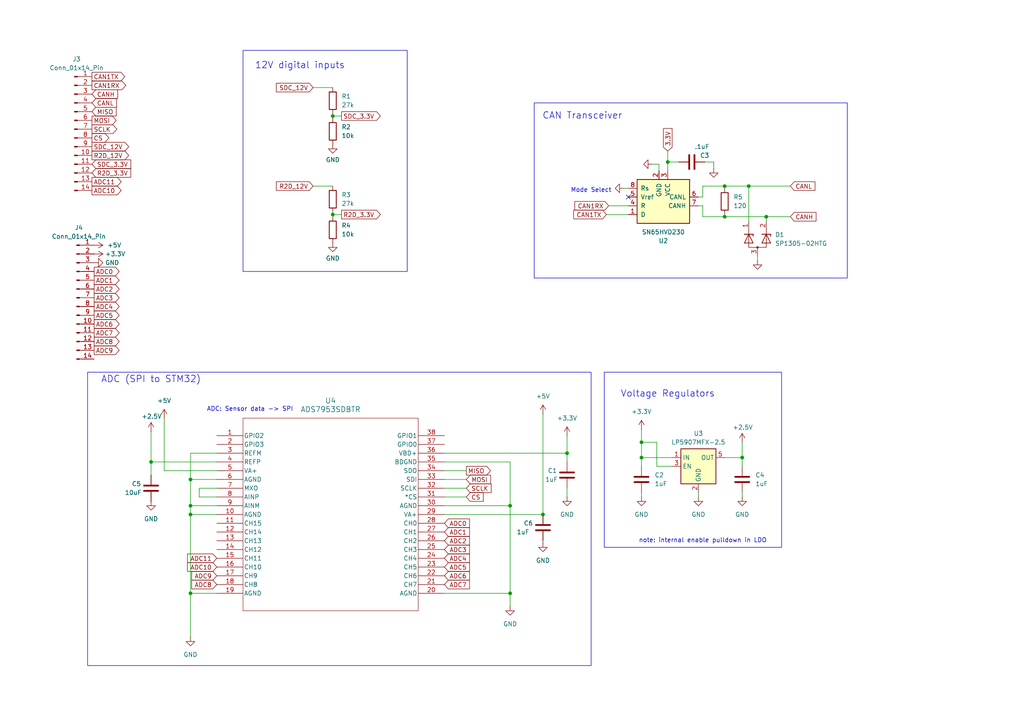
<source format=kicad_sch>
(kicad_sch (version 20250114) (generator "eeschema") (generator_version "9.0")
  (paper "A4")
  (lib_symbols
    (symbol "ADS7953:ADS7953SDBTR" (pin_names (offset 0.254))
      (property "Reference" "U" (at 33.02 10.16 0))
      (property "Value" "ADS7953SDBTR" (at 33.02 7.62 0))
      (symbol "ADS7953SDBTR_0_1"
        (polyline (pts (xy 7.62 5.08) (xy 7.62 -50.8)) (stroke (width 0.127)))
        (polyline (pts (xy 7.62 -50.8) (xy 58.42 -50.8)) (stroke (width 0.127)))
        (polyline (pts (xy 58.42 5.08) (xy 7.62 5.08)) (stroke (width 0.127)))
        (polyline (pts (xy 58.42 -50.8) (xy 58.42 5.08)) (stroke (width 0.127)))
        (pin bidirectional line (at 0 0 0) (length 7.62) (name "GPIO2") (number "1"))
        (pin bidirectional line (at 0 -2.54 0) (length 7.62) (name "GPIO3") (number "2"))
        (pin input line (at 0 -5.08 0) (length 7.62) (name "REFM") (number "3"))
        (pin input line (at 0 -7.62 0) (length 7.62) (name "REFP") (number "4"))
        (pin power_in line (at 0 -10.16 0) (length 7.62) (name "VA+") (number "5"))
        (pin power_in line (at 0 -12.7 0) (length 7.62) (name "AGND") (number "6"))
        (pin output line (at 0 -15.24 0) (length 7.62) (name "MXO") (number "7"))
        (pin input line (at 0 -17.78 0) (length 7.62) (name "AINP") (number "8"))
        (pin input line (at 0 -20.32 0) (length 7.62) (name "AINM") (number "9"))
        (pin power_in line (at 0 -22.86 0) (length 7.62) (name "AGND") (number "10"))
        (pin input line (at 0 -25.4 0) (length 7.62) (name "CH15") (number "11"))
        (pin input line (at 0 -27.94 0) (length 7.62) (name "CH14") (number "12"))
        (pin input line (at 0 -30.48 0) (length 7.62) (name "CH13") (number "13"))
        (pin input line (at 0 -33.02 0) (length 7.62) (name "CH12") (number "14"))
        (pin input line (at 0 -35.56 0) (length 7.62) (name "CH11") (number "15"))
        (pin input line (at 0 -38.1 0) (length 7.62) (name "CH10") (number "16"))
        (pin input line (at 0 -40.64 0) (length 7.62) (name "CH9") (number "17"))
        (pin input line (at 0 -43.18 0) (length 7.62) (name "CH8") (number "18"))
        (pin power_in line (at 0 -45.72 0) (length 7.62) (name "AGND") (number "19"))
        (pin bidirectional line (at 66.04 0 180) (length 7.62) (name "GPIO1") (number "38"))
        (pin bidirectional line (at 66.04 -2.54 180) (length 7.62) (name "GPIO0") (number "37"))
        (pin power_in line (at 66.04 -5.08 180) (length 7.62) (name "VBD+") (number "36"))
        (pin power_in line (at 66.04 -7.62 180) (length 7.62) (name "BDGND") (number "35"))
        (pin output line (at 66.04 -10.16 180) (length 7.62) (name "SDO") (number "34"))
        (pin input line (at 66.04 -12.7 180) (length 7.62) (name "SDI") (number "33"))
        (pin input line (at 66.04 -15.24 180) (length 7.62) (name "SCLK") (number "32"))
        (pin input line (at 66.04 -17.78 180) (length 7.62) (name "*CS") (number "31"))
        (pin power_in line (at 66.04 -20.32 180) (length 7.62) (name "AGND") (number "30"))
        (pin power_in line (at 66.04 -22.86 180) (length 7.62) (name "VA+") (number "29"))
        (pin input line (at 66.04 -25.4 180) (length 7.62) (name "CH0") (number "28"))
        (pin input line (at 66.04 -27.94 180) (length 7.62) (name "CH1") (number "27"))
        (pin input line (at 66.04 -30.48 180) (length 7.62) (name "CH2") (number "26"))
        (pin input line (at 66.04 -33.02 180) (length 7.62) (name "CH3") (number "25"))
        (pin input line (at 66.04 -35.56 180) (length 7.62) (name "CH4") (number "24"))
        (pin input line (at 66.04 -38.1 180) (length 7.62) (name "CH5") (number "23"))
        (pin input line (at 66.04 -40.64 180) (length 7.62) (name "CH6") (number "22"))
        (pin input line (at 66.04 -43.18 180) (length 7.62) (name "CH7") (number "21"))
        (pin power_in line (at 66.04 -45.72 180) (length 7.62) (name "AGND") (number "20"))
      )
    )
    (symbol "Connector:Conn_01x14_Pin" (pin_names (offset 1.016) (hide yes))
      (property "Reference" "J" (at 0 17.78 0))
      (property "Value" "Conn_01x14_Pin" (at 0 -20.32 0))
      (symbol "Conn_01x14_Pin_1_1"
        (rectangle (start 0.8636 15.367) (end 0 15.113) (stroke (width 0.1524)) (fill (type outline)))
        (rectangle (start 0.8636 12.827) (end 0 12.573) (stroke (width 0.1524)) (fill (type outline)))
        (rectangle (start 0.8636 10.287) (end 0 10.033) (stroke (width 0.1524)) (fill (type outline)))
        (rectangle (start 0.8636 7.747) (end 0 7.493) (stroke (width 0.1524)) (fill (type outline)))
        (rectangle (start 0.8636 5.207) (end 0 4.953) (stroke (width 0.1524)) (fill (type outline)))
        (rectangle (start 0.8636 2.667) (end 0 2.413) (stroke (width 0.1524)) (fill (type outline)))
        (rectangle (start 0.8636 0.127) (end 0 -0.127) (stroke (width 0.1524)) (fill (type outline)))
        (rectangle (start 0.8636 -2.413) (end 0 -2.667) (stroke (width 0.1524)) (fill (type outline)))
        (rectangle (start 0.8636 -4.953) (end 0 -5.207) (stroke (width 0.1524)) (fill (type outline)))
        (rectangle (start 0.8636 -7.493) (end 0 -7.747) (stroke (width 0.1524)) (fill (type outline)))
        (rectangle (start 0.8636 -10.033) (end 0 -10.287) (stroke (width 0.1524)) (fill (type outline)))
        (rectangle (start 0.8636 -12.573) (end 0 -12.827) (stroke (width 0.1524)) (fill (type outline)))
        (rectangle (start 0.8636 -15.113) (end 0 -15.367) (stroke (width 0.1524)) (fill (type outline)))
        (rectangle (start 0.8636 -17.653) (end 0 -17.907) (stroke (width 0.1524)) (fill (type outline)))
        (polyline (pts (xy 1.27 15.24) (xy 0.8636 15.24)) (stroke (width 0.1524)))
        (polyline (pts (xy 1.27 12.7) (xy 0.8636 12.7)) (stroke (width 0.1524)))
        (polyline (pts (xy 1.27 10.16) (xy 0.8636 10.16)) (stroke (width 0.1524)))
        (polyline (pts (xy 1.27 7.62) (xy 0.8636 7.62)) (stroke (width 0.1524)))
        (polyline (pts (xy 1.27 5.08) (xy 0.8636 5.08)) (stroke (width 0.1524)))
        (polyline (pts (xy 1.27 2.54) (xy 0.8636 2.54)) (stroke (width 0.1524)))
        (polyline (pts (xy 1.27 0) (xy 0.8636 0)) (stroke (width 0.1524)))
        (polyline (pts (xy 1.27 -2.54) (xy 0.8636 -2.54)) (stroke (width 0.1524)))
        (polyline (pts (xy 1.27 -5.08) (xy 0.8636 -5.08)) (stroke (width 0.1524)))
        (polyline (pts (xy 1.27 -7.62) (xy 0.8636 -7.62)) (stroke (width 0.1524)))
        (polyline (pts (xy 1.27 -10.16) (xy 0.8636 -10.16)) (stroke (width 0.1524)))
        (polyline (pts (xy 1.27 -12.7) (xy 0.8636 -12.7)) (stroke (width 0.1524)))
        (polyline (pts (xy 1.27 -15.24) (xy 0.8636 -15.24)) (stroke (width 0.1524)))
        (polyline (pts (xy 1.27 -17.78) (xy 0.8636 -17.78)) (stroke (width 0.1524)))
        (pin passive line (at 5.08 15.24 180) (length 3.81) (name "Pin_1") (number "1"))
        (pin passive line (at 5.08 12.7 180) (length 3.81) (name "Pin_2") (number "2"))
        (pin passive line (at 5.08 10.16 180) (length 3.81) (name "Pin_3") (number "3"))
        (pin passive line (at 5.08 7.62 180) (length 3.81) (name "Pin_4") (number "4"))
        (pin passive line (at 5.08 5.08 180) (length 3.81) (name "Pin_5") (number "5"))
        (pin passive line (at 5.08 2.54 180) (length 3.81) (name "Pin_6") (number "6"))
        (pin passive line (at 5.08 0 180) (length 3.81) (name "Pin_7") (number "7"))
        (pin passive line (at 5.08 -2.54 180) (length 3.81) (name "Pin_8") (number "8"))
        (pin passive line (at 5.08 -5.08 180) (length 3.81) (name "Pin_9") (number "9"))
        (pin passive line (at 5.08 -7.62 180) (length 3.81) (name "Pin_10") (number "10"))
        (pin passive line (at 5.08 -10.16 180) (length 3.81) (name "Pin_11") (number "11"))
        (pin passive line (at 5.08 -12.7 180) (length 3.81) (name "Pin_12") (number "12"))
        (pin passive line (at 5.08 -15.24 180) (length 3.81) (name "Pin_13") (number "13"))
        (pin passive line (at 5.08 -17.78 180) (length 3.81) (name "Pin_14") (number "14"))
      )
    )
    (symbol "Device:C" (pin_numbers (hide yes)) (pin_names (offset 0.254))
      (property "Reference" "C" (at 0.635 2.54 0))
      (property "Value" "C" (at 0.635 -2.54 0))
      (symbol "C_0_1"
        (polyline (pts (xy -2.032 0.762) (xy 2.032 0.762)) (stroke (width 0.508)))
        (polyline (pts (xy -2.032 -0.762) (xy 2.032 -0.762)) (stroke (width 0.508)))
      )
      (symbol "C_1_1"
        (pin passive line (at 0 3.81 270) (length 2.794) (name "~") (number "1"))
        (pin passive line (at 0 -3.81 90) (length 2.794) (name "~") (number "2"))
      )
    )
    (symbol "Device:R" (pin_numbers (hide yes)) (pin_names (offset 0))
      (property "Reference" "R" (at 2.032 0 90))
      (property "Value" "R" (at 0 0 90))
      (symbol "R_0_1"
        (rectangle (start -1.016 -2.54) (end 1.016 2.54) (stroke (width 0.254)))
      )
      (symbol "R_1_1"
        (pin passive line (at 0 3.81 270) (length 1.27) (name "~") (number "1"))
        (pin passive line (at 0 -3.81 90) (length 1.27) (name "~") (number "2"))
      )
    )
    (symbol "Diode:MMBZxx" (pin_names (offset 1.016) (hide yes))
      (property "Reference" "D" (at 3.81 2.54 0))
      (property "Value" "MMBZxx" (at 3.81 0 0))
      (symbol "MMBZxx_0_1"
        (polyline (pts (xy -3.81 1.27) (xy -1.27 1.27) (xy -1.27 0.762)) (stroke (width 0.254)))
        (polyline (pts (xy -2.54 0) (xy -2.54 -2.54) (xy 2.54 -2.54) (xy 2.54 0)))
        (polyline (pts (xy -2.54 -1.27) (xy -2.54 2.54)))
        (circle (center 0 -2.54) (radius 0.254) (fill (type outline)))
        (polyline (pts (xy 1.27 1.27) (xy 3.81 1.27) (xy 3.81 0.762)) (stroke (width 0.254)))
        (polyline (pts (xy 2.54 -1.27) (xy 2.54 2.54)))
      )
      (symbol "MMBZxx_1_1"
        (polyline (pts (xy -3.81 -1.27) (xy -1.27 -1.27) (xy -2.54 1.27) (xy -3.81 -1.27)) (stroke (width 0.2032)))
        (polyline (pts (xy 1.27 -1.27) (xy 3.81 -1.27) (xy 2.54 1.27) (xy 1.27 -1.27)) (stroke (width 0.2032)))
        (pin passive line (at -2.54 5.08 270) (length 2.54) (name "K") (number "1"))
        (pin passive line (at 0 -5.08 90) (length 2.54) (name "A") (number "3"))
        (pin passive line (at 2.54 5.08 270) (length 2.54) (name "K") (number "2"))
      )
    )
    (symbol "Regulator_Linear:LP5907MFX-2.5"
      (property "Reference" "U" (at -3.81 6.35 0))
      (property "Value" "LP5907MFX-2.5" (at 6.35 6.35 0))
      (symbol "LP5907MFX-2.5_0_1"
        (rectangle (start -5.08 -5.08) (end 5.08 5.08) (stroke (width 0.254)) (fill (type background)))
        (pin power_in line (at -7.62 2.54 0) (length 2.54) (name "IN") (number "1"))
        (pin input line (at -7.62 0 0) (length 2.54) (name "EN") (number "3"))
        (pin power_in line (at 0 -7.62 90) (length 2.54) (name "GND") (number "2"))
        (pin no_connect line (at 5.08 0 180) (length 2.54) (hide yes) (name "NC") (number "4"))
        (pin power_out line (at 7.62 2.54 180) (length 2.54) (name "OUT") (number "5"))
      )
    )
    (symbol "SN65HVD230_1" (pin_names (offset 1.016))
      (property "Reference" "U" (at -2.54 10.16 0))
      (property "Value" "SN65HVD230" (at 1.27 -10.16 0))
      (symbol "SN65HVD230_1_0_1"
        (rectangle (start -7.62 5.08) (end 7.62 -7.62) (stroke (width 0.254)) (fill (type background)))
      )
      (symbol "SN65HVD230_1_1_1"
        (pin input line (at -10.16 2.54 0) (length 2.54) (name "D") (number "1"))
        (pin output line (at -10.16 0 0) (length 2.54) (name "R") (number "4"))
        (pin output line (at -10.16 -2.54 0) (length 2.54) (name "Vref") (number "5"))
        (pin input line (at -10.16 -5.08 0) (length 2.54) (name "Rs") (number "8"))
        (pin power_in line (at -1.27 -10.16 90) (length 2.54) (name "GND") (number "2"))
        (pin power_in line (at 1.27 -10.16 90) (length 2.54) (name "VCC") (number "3"))
        (pin bidirectional line (at 10.16 0 180) (length 2.54) (name "CANH") (number "7"))
        (pin bidirectional line (at 10.16 -2.54 180) (length 2.54) (name "CANL") (number "6"))
      )
    )
    (symbol "power:+3.3V" (power) (pin_numbers (hide yes)) (pin_names (offset 0) (hide yes))
      (property "Value" "+3.3V" (at 0 3.556 0))
      (symbol "+3.3V_0_1"
        (polyline (pts (xy -0.762 1.27) (xy 0 2.54)))
        (polyline (pts (xy 0 2.54) (xy 0.762 1.27)))
        (polyline (pts (xy 0 0) (xy 0 2.54)))
      )
      (symbol "+3.3V_1_1"
        (pin power_in line (at 0 0 90) (length 0) (name "~") (number "1"))
      )
    )
    (symbol "power:+5V" (power) (pin_numbers (hide yes)) (pin_names (offset 0) (hide yes))
      (property "Value" "+5V" (at 0 3.556 0))
      (symbol "+5V_0_1"
        (polyline (pts (xy -0.762 1.27) (xy 0 2.54)))
        (polyline (pts (xy 0 2.54) (xy 0.762 1.27)))
        (polyline (pts (xy 0 0) (xy 0 2.54)))
      )
      (symbol "+5V_1_1"
        (pin power_in line (at 0 0 90) (length 0) (name "~") (number "1"))
      )
    )
    (symbol "power:GND" (power) (pin_numbers (hide yes)) (pin_names (offset 0) (hide yes))
      (property "Value" "GND" (at 0 -3.81 0))
      (symbol "GND_0_1"
        (polyline (pts (xy 0 0) (xy 0 -1.27) (xy 1.27 -1.27) (xy 0 -2.54) (xy -1.27 -1.27) (xy 0 -1.27)))
      )
      (symbol "GND_1_1"
        (pin power_in line (at 0 0 270) (length 0) (name "~") (number "1"))
      )
    )
  )
  (rectangle (start 154.94 29.845) (end 245.745 80.645))
  (rectangle (start 70.485 14.605) (end 118.11 78.74))
  (rectangle (start 25.4 107.95) (end 171.45 193.04))
  (rectangle (start 175.26 107.95) (end 226.695 158.75))
  (text "ADC: Sensor data -> SPI" (at 72.517 118.745 0) (effects (font (size 1.27 1.27))))
  (text "ADC (SPI to STM32)" (at 43.815 110.109 0) (effects (font (size 1.905 1.905))))
  (text "12V digital inputs" (at 86.995 19.05 0) (effects (font (size 1.905 1.905))))
  (text "Mode Select" (at 171.45 55.245 0) (effects (font (size 1.27 1.27))))
  (text "note: internal enable pulldown in LDO" (at 203.835 156.845 0) (effects (font (size 1.27 1.27))))
  (text "CAN Transceiver" (at 168.91 33.655 0) (effects (font (size 1.905 1.905))))
  (text "Voltage Regulators" (at 193.675 114.3 0) (effects (font (size 1.905 1.905))))
  (junction (at 186.055 132.715))
  (junction (at 43.815 133.985))
  (junction (at 210.185 53.975))
  (junction (at 147.955 172.085))
  (junction (at 147.955 146.685))
  (junction (at 210.185 62.865))
  (junction (at 215.265 132.715))
  (junction (at 164.465 131.445))
  (junction (at 55.245 146.685))
  (junction (at 217.17 53.975))
  (junction (at 55.245 149.225))
  (junction (at 55.245 172.085))
  (junction (at 96.52 33.655))
  (junction (at 186.055 128.27))
  (junction (at 222.25 62.865))
  (junction (at 96.52 62.23))
  (junction (at 55.245 139.065))
  (junction (at 157.48 149.225))
  (junction (at 193.675 46.99))
  (no_connect (at 182.245 57.15))
  (wire (pts (xy 47.625 121.285) (xy 47.625 136.525)))
  (wire (pts (xy 194.945 135.255) (xy 190.5 135.255)))
  (wire (pts (xy 203.835 62.865) (xy 203.835 59.69)))
  (wire (pts (xy 186.055 142.875) (xy 186.055 144.145)))
  (wire (pts (xy 203.835 59.69) (xy 202.565 59.69)))
  (wire (pts (xy 96.52 62.23) (xy 96.52 61.595)))
  (wire (pts (xy 96.52 53.975) (xy 90.805 53.975)))
  (wire (pts (xy 210.185 53.975) (xy 210.185 54.61)))
  (wire (pts (xy 147.955 133.985) (xy 147.955 146.685)))
  (wire (pts (xy 96.52 62.865) (xy 96.52 62.23)))
  (wire (pts (xy 55.245 172.085) (xy 55.245 184.785)))
  (wire (pts (xy 55.245 139.065) (xy 62.865 139.065)))
  (wire (pts (xy 62.865 133.985) (xy 43.815 133.985)))
  (wire (pts (xy 189.23 47.625) (xy 191.135 47.625)))
  (wire (pts (xy 203.835 57.15) (xy 202.565 57.15)))
  (wire (pts (xy 186.055 124.46) (xy 186.055 128.27)))
  (wire (pts (xy 193.675 46.99) (xy 196.85 46.99)))
  (wire (pts (xy 217.17 53.975) (xy 217.17 64.135)))
  (wire (pts (xy 210.185 53.975) (xy 203.835 53.975)))
  (wire (pts (xy 55.245 149.225) (xy 55.245 172.085)))
  (wire (pts (xy 147.955 172.085) (xy 147.955 146.685)))
  (wire (pts (xy 96.52 33.655) (xy 96.52 33.02)))
  (wire (pts (xy 55.245 146.685) (xy 62.865 146.685)))
  (wire (pts (xy 55.245 146.685) (xy 55.245 149.225)))
  (wire (pts (xy 190.5 135.255) (xy 190.5 128.27)))
  (wire (pts (xy 128.905 144.145) (xy 135.255 144.145)))
  (wire (pts (xy 180.975 54.61) (xy 182.245 54.61)))
  (wire (pts (xy 62.865 144.145) (xy 57.785 144.145)))
  (wire (pts (xy 128.905 149.225) (xy 157.48 149.225)))
  (wire (pts (xy 190.5 128.27) (xy 186.055 128.27)))
  (wire (pts (xy 210.185 62.23) (xy 210.185 62.865)))
  (wire (pts (xy 210.185 62.865) (xy 203.835 62.865)))
  (wire (pts (xy 176.53 59.69) (xy 182.245 59.69)))
  (wire (pts (xy 164.465 141.605) (xy 164.465 144.145)))
  (wire (pts (xy 229.235 62.865) (xy 222.25 62.865)))
  (wire (pts (xy 219.71 75.565) (xy 219.71 74.295)))
  (wire (pts (xy 203.835 53.975) (xy 203.835 57.15)))
  (wire (pts (xy 128.905 136.525) (xy 135.255 136.525)))
  (wire (pts (xy 128.905 141.605) (xy 135.255 141.605)))
  (wire (pts (xy 55.245 139.065) (xy 55.245 146.685)))
  (wire (pts (xy 215.265 142.875) (xy 215.265 144.145)))
  (wire (pts (xy 215.265 132.715) (xy 215.265 128.27)))
  (wire (pts (xy 157.48 157.48) (xy 157.48 156.845)))
  (wire (pts (xy 193.675 46.99) (xy 193.675 49.53)))
  (wire (pts (xy 207.01 48.895) (xy 207.01 46.99)))
  (wire (pts (xy 164.465 126.365) (xy 164.465 131.445)))
  (wire (pts (xy 62.865 131.445) (xy 55.245 131.445)))
  (wire (pts (xy 43.815 133.985) (xy 43.815 125.095)))
  (wire (pts (xy 194.945 132.715) (xy 186.055 132.715)))
  (wire (pts (xy 210.185 132.715) (xy 215.265 132.715)))
  (wire (pts (xy 202.565 144.145) (xy 202.565 142.875)))
  (wire (pts (xy 128.905 139.065) (xy 135.255 139.065)))
  (wire (pts (xy 57.785 144.145) (xy 57.785 141.605)))
  (wire (pts (xy 229.235 53.975) (xy 217.17 53.975)))
  (wire (pts (xy 215.265 135.255) (xy 215.265 132.715)))
  (wire (pts (xy 217.17 53.975) (xy 210.185 53.975)))
  (wire (pts (xy 43.815 137.795) (xy 43.815 133.985)))
  (wire (pts (xy 55.245 172.085) (xy 62.865 172.085)))
  (wire (pts (xy 128.905 133.985) (xy 147.955 133.985)))
  (wire (pts (xy 96.52 25.4) (xy 90.805 25.4)))
  (wire (pts (xy 191.135 47.625) (xy 191.135 49.53)))
  (wire (pts (xy 57.785 141.605) (xy 62.865 141.605)))
  (wire (pts (xy 186.055 135.255) (xy 186.055 132.715)))
  (wire (pts (xy 128.905 146.685) (xy 147.955 146.685)))
  (wire (pts (xy 96.52 34.29) (xy 96.52 33.655)))
  (wire (pts (xy 186.055 128.27) (xy 186.055 132.715)))
  (wire (pts (xy 207.01 46.99) (xy 204.47 46.99)))
  (wire (pts (xy 128.905 172.085) (xy 147.955 172.085)))
  (wire (pts (xy 99.06 62.23) (xy 96.52 62.23)))
  (wire (pts (xy 164.465 131.445) (xy 164.465 133.985)))
  (wire (pts (xy 99.06 33.655) (xy 96.52 33.655)))
  (wire (pts (xy 222.25 62.865) (xy 222.25 64.135)))
  (wire (pts (xy 193.675 43.815) (xy 193.675 46.99)))
  (wire (pts (xy 55.245 131.445) (xy 55.245 139.065)))
  (wire (pts (xy 55.245 149.225) (xy 62.865 149.225)))
  (wire (pts (xy 157.48 120.015) (xy 157.48 149.225)))
  (wire (pts (xy 222.25 62.865) (xy 210.185 62.865)))
  (wire (pts (xy 147.955 175.895) (xy 147.955 172.085)))
  (wire (pts (xy 182.245 62.23) (xy 175.895 62.23)))
  (wire (pts (xy 128.905 131.445) (xy 164.465 131.445)))
  (wire (pts (xy 62.865 136.525) (xy 47.625 136.525)))
  (global_label "SDC_3.3V" (shape input) (at 26.67 47.625 0) (property "Intersheetrefs" "${INTERSHEET_REFS}" (effects (hide yes))))
  (global_label "MISO" (shape output) (at 135.255 136.525 0) (property "Intersheetrefs" "${INTERSHEET_REFS}" (effects (hide yes))))
  (global_label "ADC1" (shape input) (at 128.905 154.305 0) (property "Intersheetrefs" "${INTERSHEET_REFS}" (effects (hide yes))))
  (global_label "ADC7" (shape output) (at 27.305 96.52 0) (property "Intersheetrefs" "${INTERSHEET_REFS}" (effects (hide yes))))
  (global_label "CANL" (shape input) (at 229.235 53.975 0) (property "Intersheetrefs" "${INTERSHEET_REFS}" (effects (hide yes))))
  (global_label "ADC2" (shape input) (at 128.905 156.845 0) (property "Intersheetrefs" "${INTERSHEET_REFS}" (effects (hide yes))))
  (global_label "MOSI" (shape input) (at 135.255 139.065 0) (property "Intersheetrefs" "${INTERSHEET_REFS}" (effects (hide yes))))
  (global_label "SCLK" (shape output) (at 26.67 37.465 0) (property "Intersheetrefs" "${INTERSHEET_REFS}" (effects (hide yes))))
  (global_label "ADC0" (shape output) (at 27.305 78.74 0) (property "Intersheetrefs" "${INTERSHEET_REFS}" (effects (hide yes))))
  (global_label "SDC_12V" (shape output) (at 26.67 42.545 0) (property "Intersheetrefs" "${INTERSHEET_REFS}" (effects (hide yes))))
  (global_label "CAN1TX" (shape output) (at 26.67 22.225 0) (property "Intersheetrefs" "${INTERSHEET_REFS}" (effects (hide yes))))
  (global_label "R2D_3.3V" (shape input) (at 26.67 50.165 0) (property "Intersheetrefs" "${INTERSHEET_REFS}" (effects (hide yes))))
  (global_label "ADC4" (shape output) (at 27.305 88.9 0) (property "Intersheetrefs" "${INTERSHEET_REFS}" (effects (hide yes))))
  (global_label "ADC3" (shape input) (at 128.905 159.385 0) (property "Intersheetrefs" "${INTERSHEET_REFS}" (effects (hide yes))))
  (global_label "ADC8" (shape input) (at 62.865 169.545 180) (property "Intersheetrefs" "${INTERSHEET_REFS}" (effects (hide yes))))
  (global_label "CAN1TX" (shape input) (at 175.895 62.23 180) (property "Intersheetrefs" "${INTERSHEET_REFS}" (effects (hide yes))))
  (global_label "3.3V" (shape input) (at 193.675 43.815 90) (property "Intersheetrefs" "${INTERSHEET_REFS}" (effects (hide yes))))
  (global_label "CS" (shape output) (at 26.67 40.005 0) (property "Intersheetrefs" "${INTERSHEET_REFS}" (effects (hide yes))))
  (global_label "ADC6" (shape output) (at 27.305 93.98 0) (property "Intersheetrefs" "${INTERSHEET_REFS}" (effects (hide yes))))
  (global_label "ADC3" (shape output) (at 27.305 86.36 0) (property "Intersheetrefs" "${INTERSHEET_REFS}" (effects (hide yes))))
  (global_label "ADC7" (shape input) (at 128.905 169.545 0) (property "Intersheetrefs" "${INTERSHEET_REFS}" (effects (hide yes))))
  (global_label "R2D_12V" (shape input) (at 90.805 53.975 180) (property "Intersheetrefs" "${INTERSHEET_REFS}" (effects (hide yes))))
  (global_label "ADC8" (shape output) (at 27.305 99.06 0) (property "Intersheetrefs" "${INTERSHEET_REFS}" (effects (hide yes))))
  (global_label "SDC_12V" (shape input) (at 90.805 25.4 180) (property "Intersheetrefs" "${INTERSHEET_REFS}" (effects (hide yes))))
  (global_label "ADC2" (shape output) (at 27.305 83.82 0) (property "Intersheetrefs" "${INTERSHEET_REFS}" (effects (hide yes))))
  (global_label "ADC5" (shape output) (at 27.305 91.44 0) (property "Intersheetrefs" "${INTERSHEET_REFS}" (effects (hide yes))))
  (global_label "ADC4" (shape input) (at 128.905 161.925 0) (property "Intersheetrefs" "${INTERSHEET_REFS}" (effects (hide yes))))
  (global_label "R2D_12V" (shape output) (at 26.67 45.085 0) (property "Intersheetrefs" "${INTERSHEET_REFS}" (effects (hide yes))))
  (global_label "CANL" (shape input) (at 26.67 29.845 0) (property "Intersheetrefs" "${INTERSHEET_REFS}" (effects (hide yes))))
  (global_label "MISO" (shape input) (at 26.67 32.385 0) (property "Intersheetrefs" "${INTERSHEET_REFS}" (effects (hide yes))))
  (global_label "MOSI" (shape output) (at 26.67 34.925 0) (property "Intersheetrefs" "${INTERSHEET_REFS}" (effects (hide yes))))
  (global_label "CS" (shape input) (at 135.255 144.145 0) (property "Intersheetrefs" "${INTERSHEET_REFS}" (effects (hide yes))))
  (global_label "ADC10" (shape output) (at 26.67 55.245 0) (property "Intersheetrefs" "${INTERSHEET_REFS}" (effects (hide yes))))
  (global_label "ADC10" (shape input) (at 62.865 164.465 180) (property "Intersheetrefs" "${INTERSHEET_REFS}" (effects (hide yes))))
  (global_label "ADC0" (shape input) (at 128.905 151.765 0) (property "Intersheetrefs" "${INTERSHEET_REFS}" (effects (hide yes))))
  (global_label "CANH" (shape input) (at 229.235 62.865 0) (property "Intersheetrefs" "${INTERSHEET_REFS}" (effects (hide yes))))
  (global_label "ADC9" (shape input) (at 62.865 167.005 180) (property "Intersheetrefs" "${INTERSHEET_REFS}" (effects (hide yes))))
  (global_label "CANH" (shape input) (at 26.67 27.305 0) (property "Intersheetrefs" "${INTERSHEET_REFS}" (effects (hide yes))))
  (global_label "SDC_3.3V" (shape output) (at 99.06 33.655 0) (property "Intersheetrefs" "${INTERSHEET_REFS}" (effects (hide yes))))
  (global_label "ADC5" (shape input) (at 128.905 164.465 0) (property "Intersheetrefs" "${INTERSHEET_REFS}" (effects (hide yes))))
  (global_label "ADC6" (shape input) (at 128.905 167.005 0) (property "Intersheetrefs" "${INTERSHEET_REFS}" (effects (hide yes))))
  (global_label "ADC9" (shape output) (at 27.305 101.6 0) (property "Intersheetrefs" "${INTERSHEET_REFS}" (effects (hide yes))))
  (global_label "ADC11" (shape input) (at 62.865 161.925 180) (property "Intersheetrefs" "${INTERSHEET_REFS}" (effects (hide yes))))
  (global_label "ADC11" (shape output) (at 26.67 52.705 0) (property "Intersheetrefs" "${INTERSHEET_REFS}" (effects (hide yes))))
  (global_label "ADC1" (shape output) (at 27.305 81.28 0) (property "Intersheetrefs" "${INTERSHEET_REFS}" (effects (hide yes))))
  (global_label "SCLK" (shape input) (at 135.255 141.605 0) (property "Intersheetrefs" "${INTERSHEET_REFS}" (effects (hide yes))))
  (global_label "CAN1RX" (shape input) (at 176.53 59.69 180) (property "Intersheetrefs" "${INTERSHEET_REFS}" (effects (hide yes))))
  (global_label "CAN1RX" (shape output) (at 26.67 24.765 0) (property "Intersheetrefs" "${INTERSHEET_REFS}" (effects (hide yes))))
  (global_label "R2D_3.3V" (shape output) (at 99.06 62.23 0) (property "Intersheetrefs" "${INTERSHEET_REFS}" (effects (hide yes))))
  (symbol (lib_id "power:GND") (at 96.52 70.485 0) (unit 1)
    (property "Reference" "#PWR05" (effects (hide yes)))
    (property "Value" "GND" (at 96.52 74.93 0))
    (property "Description" "Power symbol creates a global label with name \"GND\" , ground" (effects (hide yes)))
  )
  (symbol (lib_id "Diode:MMBZxx") (at 219.71 69.215 0) (unit 1)
    (property "Reference" "D1" (at 224.79 68.0719 0) (effects (justify left)))
    (property "Value" "SP1305-02HTG" (at 224.79 70.6119 0) (effects (justify left)))
    (property "Footprint" "Package_TO_SOT_SMD:SOT-23" (effects (hide yes)))
    (property "Datasheet" "https://www.littelfuse.com/media?resourcetype=datasheets&itemid=0df5d266-a185-4f20-bb85-a5b890f24cc9&filename=littelfuse_tvs_diode_array_sp1305_datasheet.pdf" (effects (hide yes)))
  )
  (symbol (lib_id "Device:C") (at 164.465 137.795 0) (unit 1)
    (property "Reference" "C1" (at 158.877 136.525 0) (effects (justify left)))
    (property "Value" "1uF" (at 158.115 139.065 0) (effects (justify left)))
    (property "Footprint" "Capacitor_SMD:C_0603_1608Metric_Pad1.08x0.95mm_HandSolder" (effects (hide yes)))
    (property "Description" "Unpolarized capacitor" (effects (hide yes)))
  )
  (symbol (lib_id "Device:C") (at 43.815 141.605 0) (unit 1)
    (property "Reference" "C5" (at 38.227 140.335 0) (effects (justify left)))
    (property "Value" "10uF" (at 36.195 142.875 0) (effects (justify left)))
    (property "Footprint" "Capacitor_SMD:C_0603_1608Metric_Pad1.08x0.95mm_HandSolder" (effects (hide yes)))
    (property "Description" "Unpolarized capacitor" (effects (hide yes)))
  )
  (symbol (lib_id "ADS7953:ADS7953SDBTR") (at 62.865 126.365 0) (unit 1)
    (property "Reference" "U4" (at 95.885 116.205 0) (effects (font (size 1.524 1.524))))
    (property "Value" "ADS7953SDBTR" (at 95.885 118.745 0) (effects (font (size 1.524 1.524))))
    (property "Footprint" "DBT38" (effects (hide yes)))
    (property "Datasheet" "ADS7953SDBTR" (effects (hide yes)))
  )
  (symbol (lib_name "SN65HVD230_1") (lib_id "Interface_CAN_LIN:SN65HVD230") (at 192.405 59.69 0) (mirror x) (unit 1)
    (property "Reference" "U2" (at 192.405 69.85 0))
    (property "Value" "SN65HVD230" (at 192.405 67.31 0))
    (property "Footprint" "Package_SO:SOIC-8_3.9x4.9mm_P1.27mm" (effects (hide yes)))
    (property "Datasheet" "http://www.ti.com/lit/ds/symlink/sn65hvd230.pdf" (effects (hide yes)))
    (property "Description" "CAN Bus Transceivers, 3.3V, 1Mbps, Low-Power capabilities, SOIC-8" (effects (hide yes)))
  )
  (symbol (lib_id "power:GND") (at 27.305 76.2 90) (unit 1)
    (property "Reference" "#PWR021" (effects (hide yes)))
    (property "Value" "GND" (at 30.48 76.1999 90) (effects (justify right)))
    (property "Description" "Power symbol creates a global label with name \"GND\" , ground" (effects (hide yes)))
  )
  (symbol (lib_id "Device:R") (at 96.52 66.675 0) (unit 1)
    (property "Reference" "R4" (at 99.06 65.4049 0) (effects (justify left)))
    (property "Value" "10k" (at 99.06 67.9449 0) (effects (justify left)))
    (property "Footprint" "Resistor_SMD:R_0603_1608Metric_Pad0.98x0.95mm_HandSolder" (effects (hide yes)))
    (property "Description" "Resistor" (effects (hide yes)))
  )
  (symbol (lib_id "Device:C") (at 186.055 139.065 0) (unit 1)
    (property "Reference" "C2" (at 189.865 137.7949 0) (effects (justify left)))
    (property "Value" "1uF" (at 189.865 140.3349 0) (effects (justify left)))
    (property "Footprint" "Capacitor_SMD:C_0603_1608Metric_Pad1.08x0.95mm_HandSolder" (effects (hide yes)))
    (property "Description" "Unpolarized capacitor" (effects (hide yes)))
  )
  (symbol (lib_id "Device:R") (at 210.185 58.42 0) (unit 1)
    (property "Reference" "R5" (at 212.725 57.15 0) (effects (justify left)))
    (property "Value" "120" (at 212.725 59.69 0) (effects (justify left)))
    (property "Footprint" "Resistor_SMD:R_0603_1608Metric_Pad0.98x0.95mm_HandSolder" (effects (hide yes)))
  )
  (symbol (lib_id "Connector:Conn_01x14_Pin") (at 22.225 86.36 0) (unit 1)
    (property "Reference" "J4" (at 22.86 66.04 0))
    (property "Value" "Conn_01x14_Pin" (at 22.86 68.58 0))
    (property "Footprint" "Connector_PinHeader_2.54mm:PinHeader_1x14_P2.54mm_Vertical" (effects (hide yes)))
    (property "Description" "Generic connector, single row, 01x14, script generated" (effects (hide yes)))
  )
  (symbol (lib_id "power:+5V") (at 47.625 121.285 0) (unit 1)
    (property "Reference" "#PWR02" (effects (hide yes)))
    (property "Value" "+5V" (at 47.625 116.205 0))
    (property "Description" "Power symbol creates a global label with name \"+5V\"" (effects (hide yes)))
  )
  (symbol (lib_id "power:+3.3V") (at 27.305 73.66 270) (unit 1)
    (property "Reference" "#PWR020" (effects (hide yes)))
    (property "Value" "+3.3V" (at 30.48 73.6599 90) (effects (justify left)))
    (property "Description" "Power symbol creates a global label with name \"+3.3V\"" (effects (hide yes)))
  )
  (symbol (lib_id "power:+5V") (at 27.305 71.12 270) (unit 1)
    (property "Reference" "#PWR019" (effects (hide yes)))
    (property "Value" "+5V" (at 31.115 71.1199 90) (effects (justify left)))
    (property "Description" "Power symbol creates a global label with name \"+5V\"" (effects (hide yes)))
  )
  (symbol (lib_id "Device:R") (at 96.52 29.21 0) (unit 1)
    (property "Reference" "R1" (at 99.06 27.9399 0) (effects (justify left)))
    (property "Value" "27k" (at 99.06 30.4799 0) (effects (justify left)))
    (property "Footprint" "Resistor_SMD:R_0603_1608Metric_Pad0.98x0.95mm_HandSolder" (effects (hide yes)))
    (property "Description" "Resistor" (effects (hide yes)))
  )
  (symbol (lib_id "power:GND") (at 147.955 175.895 0) (unit 1)
    (property "Reference" "#PWR06" (effects (hide yes)))
    (property "Value" "GND" (at 147.955 180.975 0))
    (property "Description" "Power symbol creates a global label with name \"GND\" , ground" (effects (hide yes)))
  )
  (symbol (lib_id "Device:C") (at 215.265 139.065 0) (unit 1)
    (property "Reference" "C4" (at 219.075 137.7949 0) (effects (justify left)))
    (property "Value" "1uF" (at 219.075 140.3349 0) (effects (justify left)))
    (property "Footprint" "Capacitor_SMD:C_0603_1608Metric_Pad1.08x0.95mm_HandSolder" (effects (hide yes)))
    (property "Description" "Unpolarized capacitor" (effects (hide yes)))
  )
  (symbol (lib_id "Device:C") (at 200.66 46.99 90) (unit 1)
    (property "Reference" "C3" (at 205.74 45.085 90) (effects (justify left)))
    (property "Value" ".1uF" (at 205.74 42.545 90) (effects (justify left)))
    (property "Footprint" "Capacitor_SMD:C_0805_2012Metric_Pad1.18x1.45mm_HandSolder" (effects (hide yes)))
  )
  (symbol (lib_id "Device:R") (at 96.52 38.1 0) (unit 1)
    (property "Reference" "R2" (at 99.06 36.8299 0) (effects (justify left)))
    (property "Value" "10k" (at 99.06 39.3699 0) (effects (justify left)))
    (property "Footprint" "Resistor_SMD:R_0603_1608Metric_Pad0.98x0.95mm_HandSolder" (effects (hide yes)))
    (property "Description" "Resistor" (effects (hide yes)))
  )
  (symbol (lib_id "power:+3.3V") (at 164.465 126.365 0) (unit 1)
    (property "Reference" "#PWR08" (effects (hide yes)))
    (property "Value" "+3.3V" (at 164.465 121.285 0))
    (property "Description" "Power symbol creates a global label with name \"+3.3V\"" (effects (hide yes)))
  )
  (symbol (lib_id "power:GND") (at 43.815 145.415 0) (unit 1)
    (property "Reference" "#PWR022" (effects (hide yes)))
    (property "Value" "GND" (at 43.815 150.495 0))
    (property "Description" "Power symbol creates a global label with name \"GND\" , ground" (effects (hide yes)))
  )
  (symbol (lib_id "power:GND") (at 202.565 144.145 0) (unit 1)
    (property "Reference" "#PWR014" (effects (hide yes)))
    (property "Value" "GND" (at 202.565 149.225 0))
    (property "Description" "Power symbol creates a global label with name \"GND\" , ground" (effects (hide yes)))
  )
  (symbol (lib_id "power:GND") (at 189.23 47.625 270) (unit 1)
    (property "Reference" "#PWR013" (effects (hide yes)))
    (property "Value" "GND" (effects (hide yes)))
  )
  (symbol (lib_id "power:GND") (at 207.01 48.895 0) (unit 1)
    (property "Reference" "#PWR015" (effects (hide yes)))
    (property "Value" "GND" (effects (hide yes)))
  )
  (symbol (lib_id "power:+3.3V") (at 43.815 125.095 0) (unit 1)
    (property "Reference" "#PWR01" (effects (hide yes)))
    (property "Value" "+2.5V" (at 41.021 120.777 0) (effects (justify left)))
    (property "Description" "Power symbol creates a global label with name \"+3.3V\"" (effects (hide yes)))
  )
  (symbol (lib_id "power:GND") (at 164.465 144.145 0) (unit 1)
    (property "Reference" "#PWR09" (effects (hide yes)))
    (property "Value" "GND" (at 164.465 149.225 0))
    (property "Description" "Power symbol creates a global label with name \"GND\" , ground" (effects (hide yes)))
  )
  (symbol (lib_id "power:+3.3V") (at 186.055 124.46 0) (unit 1)
    (property "Reference" "#PWR011" (effects (hide yes)))
    (property "Value" "+3.3V" (at 186.055 119.38 0))
    (property "Description" "Power symbol creates a global label with name \"+3.3V\"" (effects (hide yes)))
  )
  (symbol (lib_id "Regulator_Linear:LP5907MFX-2.5") (at 202.565 135.255 0) (unit 1)
    (property "Reference" "U3" (at 202.565 125.73 0))
    (property "Value" "LP5907MFX-2.5" (at 202.565 128.27 0))
    (property "Footprint" "Package_TO_SOT_SMD:SOT-23-5" (effects (hide yes)))
    (property "Datasheet" "http://www.ti.com/lit/ds/symlink/lp5907.pdf" (effects (hide yes)))
    (property "Description" "250-mA Ultra-Low-Noise Low-IQ LDO, 2.5V, SOT-23" (effects (hide yes)))
  )
  (symbol (lib_id "Device:R") (at 96.52 57.785 0) (unit 1)
    (property "Reference" "R3" (at 99.06 56.5149 0) (effects (justify left)))
    (property "Value" "27k" (at 99.06 59.0549 0) (effects (justify left)))
    (property "Footprint" "Resistor_SMD:R_0603_1608Metric_Pad0.98x0.95mm_HandSolder" (effects (hide yes)))
    (property "Description" "Resistor" (effects (hide yes)))
  )
  (symbol (lib_id "power:+3.3V") (at 215.265 128.27 0) (unit 1)
    (property "Reference" "#PWR016" (effects (hide yes)))
    (property "Value" "+2.5V" (at 212.471 123.952 0) (effects (justify left)))
    (property "Description" "Power symbol creates a global label with name \"+3.3V\"" (effects (hide yes)))
  )
  (symbol (lib_id "Connector:Conn_01x14_Pin") (at 21.59 37.465 0) (unit 1)
    (property "Reference" "J3" (at 22.225 17.145 0))
    (property "Value" "Conn_01x14_Pin" (at 22.225 19.685 0))
    (property "Footprint" "Connector_PinHeader_2.54mm:PinHeader_1x14_P2.54mm_Vertical" (effects (hide yes)))
    (property "Description" "Generic connector, single row, 01x14, script generated" (effects (hide yes)))
  )
  (symbol (lib_id "power:GND") (at 186.055 144.145 0) (unit 1)
    (property "Reference" "#PWR012" (effects (hide yes)))
    (property "Value" "GND" (at 186.055 149.225 0))
    (property "Description" "Power symbol creates a global label with name \"GND\" , ground" (effects (hide yes)))
  )
  (symbol (lib_id "Device:C") (at 157.48 153.035 0) (unit 1)
    (property "Reference" "C6" (at 151.892 151.765 0) (effects (justify left)))
    (property "Value" "1uF" (at 149.86 154.305 0) (effects (justify left)))
    (property "Footprint" "Capacitor_SMD:C_0603_1608Metric_Pad1.08x0.95mm_HandSolder" (effects (hide yes)))
    (property "Description" "Unpolarized capacitor" (effects (hide yes)))
  )
  (symbol (lib_id "power:GND") (at 219.71 75.565 0) (unit 1)
    (property "Reference" "#PWR018" (effects (hide yes)))
    (property "Value" "GND" (effects (hide yes)))
  )
  (symbol (lib_id "power:GND") (at 55.245 184.785 0) (unit 1)
    (property "Reference" "#PWR03" (effects (hide yes)))
    (property "Value" "GND" (at 55.245 189.865 0))
    (property "Description" "Power symbol creates a global label with name \"GND\" , ground" (effects (hide yes)))
  )
  (symbol (lib_id "power:+5V") (at 157.48 120.015 0) (unit 1)
    (property "Reference" "#PWR07" (effects (hide yes)))
    (property "Value" "+5V" (at 157.48 114.935 0))
    (property "Description" "Power symbol creates a global label with name \"+5V\"" (effects (hide yes)))
  )
  (symbol (lib_id "power:GND") (at 215.265 144.145 0) (unit 1)
    (property "Reference" "#PWR017" (effects (hide yes)))
    (property "Value" "GND" (at 215.265 149.225 0))
    (property "Description" "Power symbol creates a global label with name \"GND\" , ground" (effects (hide yes)))
  )
  (symbol (lib_id "power:GND") (at 157.48 157.48 0) (unit 1)
    (property "Reference" "#PWR023" (effects (hide yes)))
    (property "Value" "GND" (at 157.48 162.56 0))
    (property "Description" "Power symbol creates a global label with name \"GND\" , ground" (effects (hide yes)))
  )
  (symbol (lib_id "power:GND") (at 180.975 54.61 270) (unit 1)
    (property "Reference" "#PWR010" (effects (hide yes)))
    (property "Value" "GND" (effects (hide yes)))
  )
  (symbol (lib_id "power:GND") (at 96.52 41.91 0) (unit 1)
    (property "Reference" "#PWR04" (effects (hide yes)))
    (property "Value" "GND" (at 96.52 46.355 0))
    (property "Description" "Power symbol creates a global label with name \"GND\" , ground" (effects (hide yes)))
  )
)
</source>
